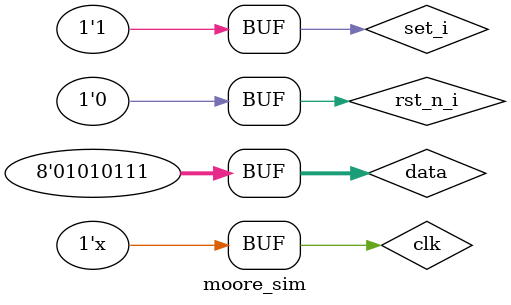
<source format=v>
`timescale 1ns / 1ps


module moore_sim(

    );
    reg clk = 0;
    reg rst_n_i = 1;
    reg set_i = 1;
    reg [7:0]data ='b11011111;
    wire detect;
    moore uut_moore_1(
    .clk_i  (clk),
    .rst_n_i(rst_n_i),
    .set_i  (set_i),
    .data_i (data),
    .detect_o(detect)
    );
    always#1 clk = ~clk;
//    always#50 data = data * 'b10;
//    always begin #5 rst_n_i = 0;
//    #45 rst_n_i = 1;

    always begin #45 set_i = 0;
    #5 set_i = 1;
    end
    initial begin
//        #50 data = 00101111;
        #2 rst_n_i = 0;
        #23 data = 'b11011111;
        
        #25 data = 'b01010111;
    end
        
endmodule

</source>
